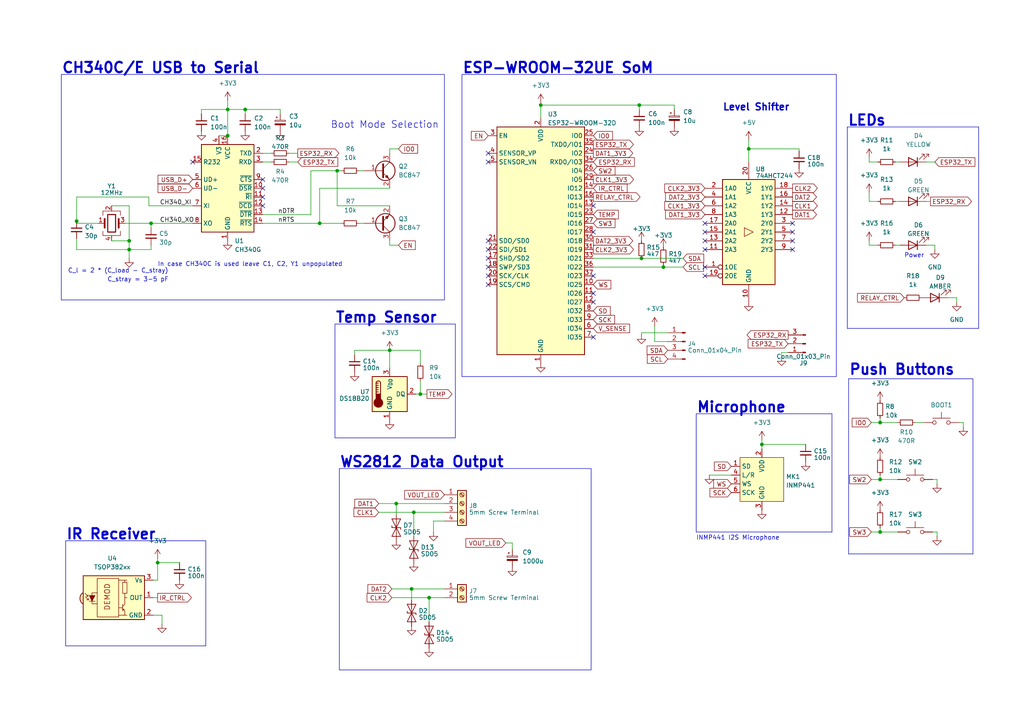
<source format=kicad_sch>
(kicad_sch (version 20230121) (generator eeschema)
  (paper "A4")
  (title_block (title "LuminX WLED") (date "2023-03-27") (rev "1.0") (company "Michael Gross") (comment 1 "General purpose WLED Controller Board"))
  (lib_symbols
    (symbol "74xx:74AHCT244"
      (property "Reference" "U" (at -7.62 16.51 0))
      (property "Value" "74AHCT244" (at -7.62 -16.51 0))
      (symbol "74AHCT244_1_0"
        (pin input inverted (at -12.7 -10.16 0) (length 5.08) (name "1OE") (number "1"))
        (pin power_in line (at 0 -20.32 90) (length 5.08) (name "GND") (number "10"))
        (pin input line (at -12.7 -5.08 0) (length 5.08) (name "2A3") (number "11"))
        (pin tri_state line (at 12.7 5.08 180) (length 5.08) (name "1Y3") (number "12"))
        (pin input line (at -12.7 -2.54 0) (length 5.08) (name "2A2") (number "13"))
        (pin tri_state line (at 12.7 7.62 180) (length 5.08) (name "1Y2") (number "14"))
        (pin input line (at -12.7 0 0) (length 5.08) (name "2A1") (number "15"))
        (pin tri_state line (at 12.7 10.16 180) (length 5.08) (name "1Y1") (number "16"))
        (pin input line (at -12.7 2.54 0) (length 5.08) (name "2A0") (number "17"))
        (pin tri_state line (at 12.7 12.7 180) (length 5.08) (name "1Y0") (number "18"))
        (pin input inverted (at -12.7 -12.7 0) (length 5.08) (name "2OE") (number "19"))
        (pin input line (at -12.7 12.7 0) (length 5.08) (name "1A0") (number "2"))
        (pin power_in line (at 0 20.32 270) (length 5.08) (name "VCC") (number "20"))
        (pin tri_state line (at 12.7 2.54 180) (length 5.08) (name "2Y0") (number "3"))
        (pin input line (at -12.7 10.16 0) (length 5.08) (name "1A1") (number "4"))
        (pin tri_state line (at 12.7 0 180) (length 5.08) (name "2Y1") (number "5"))
        (pin input line (at -12.7 7.62 0) (length 5.08) (name "1A2") (number "6"))
        (pin tri_state line (at 12.7 -2.54 180) (length 5.08) (name "2Y2") (number "7"))
        (pin input line (at -12.7 5.08 0) (length 5.08) (name "1A3") (number "8"))
        (pin tri_state line (at 12.7 -5.08 180) (length 5.08) (name "2Y3") (number "9"))
      )
    )
    (symbol "Connector:Conn_01x03_Pin" (pin_names (offset 1.016) hide)
      (property "Reference" "J" (at 0 5.08 0))
      (property "Value" "Conn_01x03_Pin" (at 0 -5.08 0))
      (symbol "Conn_01x03_Pin_1_1"
        (pin passive line (at 5.08 2.54 180) (length 3.81) (name "Pin_1") (number "1"))
        (pin passive line (at 5.08 0 180) (length 3.81) (name "Pin_2") (number "2"))
        (pin passive line (at 5.08 -2.54 180) (length 3.81) (name "Pin_3") (number "3"))
      )
    )
    (symbol "Connector:Conn_01x04_Pin" (pin_names (offset 1.016) hide)
      (property "Reference" "J" (at 0 5.08 0))
      (property "Value" "Conn_01x04_Pin" (at 0 -7.62 0))
      (symbol "Conn_01x04_Pin_1_1"
        (pin passive line (at 5.08 2.54 180) (length 3.81) (name "Pin_1") (number "1"))
        (pin passive line (at 5.08 0 180) (length 3.81) (name "Pin_2") (number "2"))
        (pin passive line (at 5.08 -2.54 180) (length 3.81) (name "Pin_3") (number "3"))
        (pin passive line (at 5.08 -5.08 180) (length 3.81) (name "Pin_4") (number "4"))
      )
    )
    (symbol "Connector:Screw_Terminal_01x02" (pin_names (offset 1.016) hide)
      (property "Reference" "J" (at 0 2.54 0))
      (property "Value" "Screw_Terminal_01x02" (at 0 -5.08 0))
      (symbol "Screw_Terminal_01x02_1_1"
        (pin passive line (at -5.08 0 0) (length 3.81) (name "Pin_1") (number "1"))
        (pin passive line (at -5.08 -2.54 0) (length 3.81) (name "Pin_2") (number "2"))
      )
    )
    (symbol "Connector:Screw_Terminal_01x04" (pin_names (offset 1.016) hide)
      (property "Reference" "J" (at 0 5.08 0))
      (property "Value" "Screw_Terminal_01x04" (at 0 -7.62 0))
      (symbol "Screw_Terminal_01x04_1_1"
        (pin passive line (at -5.08 2.54 0) (length 3.81) (name "Pin_1") (number "1"))
        (pin passive line (at -5.08 0 0) (length 3.81) (name "Pin_2") (number "2"))
        (pin passive line (at -5.08 -2.54 0) (length 3.81) (name "Pin_3") (number "3"))
        (pin passive line (at -5.08 -5.08 0) (length 3.81) (name "Pin_4") (number "4"))
      )
    )
    (symbol "Custom:INMP441"
      (property "Reference" "MK1" (at 6.985 0.8347 0))
      (property "Value" "INMP441" (at 6.985 -1.7022 0))
      (symbol "INMP441_1_1"
        (pin input line (at -8.89 3.81 0) (length 2.54) (name "SD") (number "1"))
        (pin power_in line (at 0 8.89 270) (length 2.54) (name "VDD") (number "2"))
        (pin power_in line (at 0 -8.89 90) (length 2.54) (name "GND") (number "3"))
        (pin input line (at -8.89 1.27 0) (length 2.54) (name "L/R") (number "4"))
        (pin input line (at -8.89 -1.27 0) (length 2.54) (name "WS") (number "5"))
        (pin input line (at -8.89 -3.81 0) (length 2.54) (name "SCK") (number "6"))
      )
    )
    (symbol "Device:C_Polarized_Small" (pin_numbers hide) (pin_names (offset 0.254) hide)
      (property "Reference" "C" (at 0.254 1.778 0))
      (property "Value" "C_Polarized_Small" (at 0.254 -2.032 0))
      (symbol "C_Polarized_Small_1_1"
        (pin passive line (at 0 2.54 270) (length 1.8542) (name "~") (number "1"))
        (pin passive line (at 0 -2.54 90) (length 1.8542) (name "~") (number "2"))
      )
    )
    (symbol "Device:C_Small" (pin_numbers hide) (pin_names (offset 0.254) hide)
      (property "Reference" "C" (at 0.254 1.778 0))
      (property "Value" "C_Small" (at 0.254 -2.032 0))
      (symbol "C_Small_1_1"
        (pin passive line (at 0 2.54 270) (length 2.032) (name "~") (number "1"))
        (pin passive line (at 0 -2.54 90) (length 2.032) (name "~") (number "2"))
      )
    )
    (symbol "Device:Crystal_GND24" (pin_names (offset 1.016) hide)
      (property "Reference" "Y" (at 3.175 5.08 0))
      (property "Value" "Crystal_GND24" (at 3.175 3.175 0))
      (symbol "Crystal_GND24_1_1"
        (pin passive line (at -3.81 0 0) (length 1.27) (name "1") (number "1"))
        (pin passive line (at 0 5.08 270) (length 1.27) (name "2") (number "2"))
        (pin passive line (at 3.81 0 180) (length 1.27) (name "3") (number "3"))
        (pin passive line (at 0 -5.08 90) (length 1.27) (name "4") (number "4"))
      )
    )
    (symbol "Device:LED" (pin_numbers hide) (pin_names (offset 1.016) hide)
      (property "Reference" "D" (at 0 2.54 0))
      (property "Value" "LED" (at 0 -2.54 0))
      (symbol "LED_1_1"
        (pin passive line (at -3.81 0 0) (length 2.54) (name "K") (number "1"))
        (pin passive line (at 3.81 0 180) (length 2.54) (name "A") (number "2"))
      )
    )
    (symbol "Device:R_Small" (pin_numbers hide) (pin_names (offset 0.254) hide)
      (property "Reference" "R" (at 0.762 0.508 0))
      (property "Value" "R_Small" (at 0.762 -1.016 0))
      (symbol "R_Small_1_1"
        (pin passive line (at 0 2.54 270) (length 0.762) (name "~") (number "1"))
        (pin passive line (at 0 -2.54 90) (length 0.762) (name "~") (number "2"))
      )
    )
    (symbol "Diode:SD12_SOD323" (pin_numbers hide) (pin_names (offset 1.016) hide)
      (property "Reference" "D" (at 0 2.54 0))
      (property "Value" "SD12_SOD323" (at 0 -2.54 0))
      (symbol "SD12_SOD323_1_1"
        (pin passive line (at -3.81 0 0) (length 2.54) (name "A1") (number "1"))
        (pin passive line (at 3.81 0 180) (length 2.54) (name "A2") (number "2"))
      )
    )
    (symbol "Interface_Optical:TSOP382xx"
      (property "Reference" "U" (at -10.16 7.62 0))
      (property "Value" "TSOP382xx" (at -10.16 -7.62 0))
      (symbol "TSOP382xx_0_0"
        (text "DEMOD" (at -3.175 0.254 900) (effects (font (size 1.524 1.524))))
      )
      (symbol "TSOP382xx_1_1"
        (pin output line (at 10.16 0 180) (length 2.54) (name "OUT") (number "1"))
        (pin power_in line (at 10.16 -5.08 180) (length 2.54) (name "GND") (number "2"))
        (pin power_in line (at 10.16 5.08 180) (length 2.54) (name "Vs") (number "3"))
      )
    )
    (symbol "Interface_USB:CH340G"
      (property "Reference" "U" (at -5.08 13.97 0))
      (property "Value" "CH340G" (at 1.27 13.97 0))
      (symbol "CH340G_1_1"
        (pin power_in line (at 0 -15.24 90) (length 2.54) (name "GND") (number "1"))
        (pin input line (at 10.16 0 180) (length 2.54) (name "~{DSR}") (number "10"))
        (pin input line (at 10.16 -2.54 180) (length 2.54) (name "~{RI}") (number "11"))
        (pin input line (at 10.16 -5.08 180) (length 2.54) (name "~{DCD}") (number "12"))
        (pin output line (at 10.16 -7.62 180) (length 2.54) (name "~{DTR}") (number "13"))
        (pin output line (at 10.16 -10.16 180) (length 2.54) (name "~{RTS}") (number "14"))
        (pin input line (at -10.16 7.62 0) (length 2.54) (name "R232") (number "15"))
        (pin power_in line (at 0 15.24 270) (length 2.54) (name "VCC") (number "16"))
        (pin output line (at 10.16 10.16 180) (length 2.54) (name "TXD") (number "2"))
        (pin input line (at 10.16 7.62 180) (length 2.54) (name "RXD") (number "3"))
        (pin passive line (at -2.54 15.24 270) (length 2.54) (name "V3") (number "4"))
        (pin bidirectional line (at -10.16 2.54 0) (length 2.54) (name "UD+") (number "5"))
        (pin bidirectional line (at -10.16 0 0) (length 2.54) (name "UD-") (number "6"))
        (pin input line (at -10.16 -5.08 0) (length 2.54) (name "XI") (number "7"))
        (pin output line (at -10.16 -10.16 0) (length 2.54) (name "XO") (number "8"))
        (pin input line (at 10.16 2.54 180) (length 2.54) (name "~{CTS}") (number "9"))
      )
    )
    (symbol "RF_Module:ESP32-WROOM-32D"
      (property "Reference" "U" (at -12.7 34.29 0))
      (property "Value" "ESP32-WROOM-32D" (at 1.27 34.29 0))
      (symbol "ESP32-WROOM-32D_1_1"
        (pin power_in line (at 0 -35.56 90) (length 2.54) (name "GND") (number "1"))
        (pin bidirectional line (at 15.24 -12.7 180) (length 2.54) (name "IO25") (number "10"))
        (pin bidirectional line (at 15.24 -15.24 180) (length 2.54) (name "IO26") (number "11"))
        (pin bidirectional line (at 15.24 -17.78 180) (length 2.54) (name "IO27") (number "12"))
        (pin bidirectional line (at 15.24 10.16 180) (length 2.54) (name "IO14") (number "13"))
        (pin bidirectional line (at 15.24 15.24 180) (length 2.54) (name "IO12") (number "14"))
        (pin passive line (at 0 -35.56 90) (length 2.54) hide (name "GND") (number "15"))
        (pin bidirectional line (at 15.24 12.7 180) (length 2.54) (name "IO13") (number "16"))
        (pin bidirectional line (at -15.24 -5.08 0) (length 2.54) (name "SHD/SD2") (number "17"))
        (pin bidirectional line (at -15.24 -7.62 0) (length 2.54) (name "SWP/SD3") (number "18"))
        (pin bidirectional line (at -15.24 -12.7 0) (length 2.54) (name "SCS/CMD") (number "19"))
        (pin power_in line (at 0 35.56 270) (length 2.54) (name "VDD") (number "2"))
        (pin bidirectional line (at -15.24 -10.16 0) (length 2.54) (name "SCK/CLK") (number "20"))
        (pin bidirectional line (at -15.24 0 0) (length 2.54) (name "SDO/SD0") (number "21"))
        (pin bidirectional line (at -15.24 -2.54 0) (length 2.54) (name "SDI/SD1") (number "22"))
        (pin bidirectional line (at 15.24 7.62 180) (length 2.54) (name "IO15") (number "23"))
        (pin bidirectional line (at 15.24 25.4 180) (length 2.54) (name "IO2") (number "24"))
        (pin bidirectional line (at 15.24 30.48 180) (length 2.54) (name "IO0") (number "25"))
        (pin bidirectional line (at 15.24 20.32 180) (length 2.54) (name "IO4") (number "26"))
        (pin bidirectional line (at 15.24 5.08 180) (length 2.54) (name "IO16") (number "27"))
        (pin bidirectional line (at 15.24 2.54 180) (length 2.54) (name "IO17") (number "28"))
        (pin bidirectional line (at 15.24 17.78 180) (length 2.54) (name "IO5") (number "29"))
        (pin input line (at -15.24 30.48 0) (length 2.54) (name "EN") (number "3"))
        (pin bidirectional line (at 15.24 0 180) (length 2.54) (name "IO18") (number "30"))
        (pin bidirectional line (at 15.24 -2.54 180) (length 2.54) (name "IO19") (number "31"))
        (pin no_connect line (at -12.7 -27.94 0) (length 2.54) hide (name "NC") (number "32"))
        (pin bidirectional line (at 15.24 -5.08 180) (length 2.54) (name "IO21") (number "33"))
        (pin bidirectional line (at 15.24 22.86 180) (length 2.54) (name "RXD0/IO3") (number "34"))
        (pin bidirectional line (at 15.24 27.94 180) (length 2.54) (name "TXD0/IO1") (number "35"))
        (pin bidirectional line (at 15.24 -7.62 180) (length 2.54) (name "IO22") (number "36"))
        (pin bidirectional line (at 15.24 -10.16 180) (length 2.54) (name "IO23") (number "37"))
        (pin passive line (at 0 -35.56 90) (length 2.54) hide (name "GND") (number "38"))
        (pin passive line (at 0 -35.56 90) (length 2.54) hide (name "GND") (number "39"))
        (pin input line (at -15.24 25.4 0) (length 2.54) (name "SENSOR_VP") (number "4"))
        (pin input line (at -15.24 22.86 0) (length 2.54) (name "SENSOR_VN") (number "5"))
        (pin input line (at 15.24 -25.4 180) (length 2.54) (name "IO34") (number "6"))
        (pin input line (at 15.24 -27.94 180) (length 2.54) (name "IO35") (number "7"))
        (pin bidirectional line (at 15.24 -20.32 180) (length 2.54) (name "IO32") (number "8"))
        (pin bidirectional line (at 15.24 -22.86 180) (length 2.54) (name "IO33") (number "9"))
      )
    )
    (symbol "Sensor_Temperature:DS18B20"
      (property "Reference" "U" (at -3.81 6.35 0))
      (property "Value" "DS18B20" (at 6.35 6.35 0))
      (symbol "DS18B20_1_1"
        (pin power_in line (at 0 -7.62 90) (length 2.54) (name "GND") (number "1"))
        (pin bidirectional line (at 7.62 0 180) (length 2.54) (name "DQ") (number "2"))
        (pin power_in line (at 0 7.62 270) (length 2.54) (name "V_{DD}") (number "3"))
      )
    )
    (symbol "Switch:SW_Push" (pin_numbers hide) (pin_names (offset 1.016) hide)
      (property "Reference" "SW" (at 1.27 2.54 0))
      (property "Value" "SW_Push" (at 0 -1.524 0))
      (symbol "SW_Push_0_1"
        (pin passive line (at -5.08 0 0) (length 2.54) (name "1") (number "1"))
        (pin passive line (at 5.08 0 180) (length 2.54) (name "2") (number "2"))
      )
    )
    (symbol "Transistor_BJT:BC847" (pin_names (offset 0) hide)
      (property "Reference" "Q" (at 5.08 1.905 0))
      (property "Value" "BC847" (at 5.08 0 0))
      (symbol "BC847_1_1"
        (pin input line (at -5.08 0 0) (length 5.715) (name "B") (number "1"))
        (pin passive line (at 2.54 -5.08 90) (length 2.54) (name "E") (number "2"))
        (pin passive line (at 2.54 5.08 270) (length 2.54) (name "C") (number "3"))
      )
    )
    (symbol "power:+3V3" (power) (pin_names (offset 0))
      (property "Value" "+3V3" (at 0 3.556 0))
      (symbol "+3V3_1_1"
        (pin power_in line (at 0 0 90) (length 0) hide (name "+3V3") (number "1"))
      )
    )
    (symbol "power:+5V" (power) (pin_names (offset 0))
      (property "Value" "+5V" (at 0 3.556 0))
      (symbol "+5V_1_1"
        (pin power_in line (at 0 0 90) (length 0) hide (name "+5V") (number "1"))
      )
    )
    (symbol "power:GND" (power) (pin_names (offset 0))
      (property "Value" "GND" (at 0 -3.81 0))
      (symbol "GND_1_1"
        (pin power_in line (at 0 0 270) (length 0) hide (name "GND") (number "1"))
      )
    )
  )
  (junction (at 37.465 72.39))
  (junction (at 22.225 64.135))
  (junction (at 121.92 114.3))
  (junction (at 37.465 69.85))
  (junction (at 255.27 154.305))
  (junction (at 192.405 77.47))
  (junction (at 71.12 31.75))
  (junction (at 92.71 64.77))
  (junction (at 113.03 101.6))
  (junction (at 186.055 74.93))
  (junction (at 124.46 173.355))
  (junction (at 255.27 139.065))
  (junction (at 45.72 163.195))
  (junction (at 43.815 64.77))
  (junction (at 114.935 146.05))
  (junction (at 156.845 30.48))
  (junction (at 217.17 43.18))
  (junction (at 255.27 122.555))
  (junction (at 119.38 170.815))
  (junction (at 97.79 49.53))
  (junction (at 66.04 39.37))
  (junction (at 66.04 31.75))
  (junction (at 120.015 148.59))
  (junction (at 220.98 128.905))
  (junction (at 185.42 30.48))
  (no_connect (at 76.2 59.69))
  (no_connect (at 76.2 52.07))
  (no_connect (at 204.47 69.85))
  (no_connect (at 172.085 80.01))
  (no_connect (at 229.87 72.39))
  (no_connect (at 55.88 46.99))
  (no_connect (at 229.87 67.31))
  (no_connect (at 204.47 64.77))
  (no_connect (at 141.605 69.85))
  (no_connect (at 141.605 72.39))
  (no_connect (at 204.47 72.39))
  (no_connect (at 229.87 64.77))
  (no_connect (at 141.605 82.55))
  (no_connect (at 76.2 57.15))
  (no_connect (at 172.085 59.69))
  (no_connect (at 141.605 46.99))
  (no_connect (at 141.605 80.01))
  (no_connect (at 172.085 87.63))
  (no_connect (at 141.605 44.45))
  (no_connect (at 172.085 67.31))
  (no_connect (at 172.085 85.09))
  (no_connect (at 76.2 54.61))
  (no_connect (at 141.605 77.47))
  (no_connect (at 204.47 67.31))
  (no_connect (at 229.87 69.85))
  (no_connect (at 204.47 80.01))
  (no_connect (at 172.085 97.79))
  (no_connect (at 204.47 77.47))
  (no_connect (at 141.605 74.93))
  (wire (pts (xy 113.03 54.61) (xy 92.71 54.61)))
  (wire (pts (xy 252.095 46.99) (xy 252.095 45.72)))
  (wire (pts (xy 277.495 86.36) (xy 277.495 87.63)))
  (wire (pts (xy 81.28 31.75) (xy 81.28 33.02)))
  (wire (pts (xy 268.605 58.42) (xy 269.875 58.42)))
  (wire (pts (xy 193.675 96.52) (xy 186.055 96.52)))
  (wire (pts (xy 255.27 139.065) (xy 260.35 139.065)))
  (wire (pts (xy 58.42 31.75) (xy 66.04 31.75)))
  (wire (pts (xy 125.73 154.305) (xy 125.73 151.13)))
  (wire (pts (xy 156.845 29.845) (xy 156.845 30.48)))
  (wire (pts (xy 259.715 46.99) (xy 260.985 46.99)))
  (wire (pts (xy 195.58 30.48) (xy 185.42 30.48)))
  (wire (pts (xy 255.27 137.795) (xy 255.27 139.065)))
  (polyline (pts (xy 246.126 109.855) (xy 246.126 160.655)))
  (wire (pts (xy 45.72 173.355) (xy 44.45 173.355)))
  (wire (pts (xy 113.03 59.69) (xy 97.79 59.69)))
  (wire (pts (xy 274.955 86.36) (xy 277.495 86.36)))
  (wire (pts (xy 220.98 128.905) (xy 233.68 128.905)))
  (wire (pts (xy 83.82 44.45) (xy 86.36 44.45)))
  (wire (pts (xy 45.72 163.195) (xy 45.72 168.275)))
  (wire (pts (xy 102.87 102.87) (xy 102.87 101.6)))
  (wire (pts (xy 172.085 77.47) (xy 192.405 77.47)))
  (wire (pts (xy 113.665 170.815) (xy 119.38 170.815)))
  (wire (pts (xy 44.45 168.275) (xy 45.72 168.275)))
  (wire (pts (xy 37.465 72.39) (xy 37.465 74.93)))
  (wire (pts (xy 185.42 30.48) (xy 156.845 30.48)))
  (wire (pts (xy 217.17 43.18) (xy 217.17 40.64)))
  (wire (pts (xy 102.87 101.6) (xy 113.03 101.6)))
  (wire (pts (xy 220.98 127.635) (xy 220.98 128.905)))
  (wire (pts (xy 83.82 46.99) (xy 86.36 46.99)))
  (wire (pts (xy 43.815 72.39) (xy 43.815 71.12)))
  (polyline (pts (xy 245.745 36.83) (xy 245.745 95.25)))
  (wire (pts (xy 43.18 59.69) (xy 55.88 59.69)))
  (wire (pts (xy 113.665 173.355) (xy 124.46 173.355)))
  (wire (pts (xy 228.6 102.235) (xy 226.695 102.235)))
  (wire (pts (xy 43.815 64.77) (xy 43.815 66.04)))
  (wire (pts (xy 121.92 114.3) (xy 120.65 114.3)))
  (wire (pts (xy 124.46 173.355) (xy 124.46 180.34)))
  (wire (pts (xy 172.085 74.93) (xy 186.055 74.93)))
  (wire (pts (xy 217.17 43.18) (xy 217.17 46.99)))
  (wire (pts (xy 268.605 71.12) (xy 271.145 71.12)))
  (wire (pts (xy 44.45 178.435) (xy 46.99 178.435)))
  (wire (pts (xy 97.79 49.53) (xy 99.06 49.53)))
  (wire (pts (xy 76.2 64.77) (xy 92.71 64.77)))
  (wire (pts (xy 192.405 76.835) (xy 192.405 77.47)))
  (wire (pts (xy 22.225 64.77) (xy 22.225 64.135)))
  (wire (pts (xy 255.27 153.035) (xy 255.27 154.305)))
  (wire (pts (xy 226.695 102.235) (xy 226.695 103.505)))
  (polyline (pts (xy 283.845 80.01) (xy 283.845 95.25)))
  (wire (pts (xy 113.03 43.18) (xy 113.03 44.45)))
  (wire (pts (xy 32.385 69.85) (xy 37.465 69.85)))
  (wire (pts (xy 43.18 59.69) (xy 43.18 57.15)))
  (polyline (pts (xy 19.05 156.845) (xy 59.69 156.845)))
  (wire (pts (xy 252.73 154.305) (xy 255.27 154.305)))
  (wire (pts (xy 265.43 122.555) (xy 267.97 122.555)))
  (wire (pts (xy 109.855 148.59) (xy 120.015 148.59)))
  (polyline (pts (xy 59.69 156.845) (xy 59.69 187.325)))
  (wire (pts (xy 46.99 178.435) (xy 46.99 180.975)))
  (wire (pts (xy 43.18 57.15) (xy 22.225 57.15)))
  (wire (pts (xy 120.015 148.59) (xy 128.905 148.59)))
  (wire (pts (xy 121.92 105.41) (xy 121.92 101.6)))
  (wire (pts (xy 231.775 43.18) (xy 217.17 43.18)))
  (wire (pts (xy 92.71 64.77) (xy 99.06 64.77)))
  (wire (pts (xy 32.385 59.69) (xy 37.465 59.69)))
  (wire (pts (xy 279.4 122.555) (xy 278.13 122.555)))
  (wire (pts (xy 254.635 71.12) (xy 252.095 71.12)))
  (polyline (pts (xy 241.3 154.305) (xy 201.93 154.305)))
  (polyline (pts (xy 283.845 78.74) (xy 283.845 80.01)))
  (wire (pts (xy 113.03 71.12) (xy 115.57 71.12)))
  (wire (pts (xy 37.465 69.85) (xy 37.465 72.39)))
  (wire (pts (xy 198.12 77.47) (xy 192.405 77.47)))
  (wire (pts (xy 90.17 49.53) (xy 97.79 49.53)))
  (wire (pts (xy 189.865 99.06) (xy 189.865 94.615)))
  (wire (pts (xy 90.17 62.23) (xy 76.2 62.23)))
  (wire (pts (xy 185.42 31.75) (xy 185.42 30.48)))
  (wire (pts (xy 271.145 71.12) (xy 271.145 72.39)))
  (wire (pts (xy 148.59 159.385) (xy 148.59 157.48)))
  (wire (pts (xy 220.98 128.905) (xy 220.98 130.175)))
  (wire (pts (xy 121.92 114.3) (xy 123.825 114.3)))
  (polyline (pts (xy 282.194 160.655) (xy 282.194 109.855)))
  (wire (pts (xy 76.2 44.45) (xy 78.74 44.45)))
  (wire (pts (xy 195.58 31.75) (xy 195.58 30.48)))
  (wire (pts (xy 146.685 157.48) (xy 148.59 157.48)))
  (wire (pts (xy 90.17 49.53) (xy 90.17 62.23)))
  (polyline (pts (xy 19.05 187.325) (xy 19.05 156.845)))
  (wire (pts (xy 45.72 163.195) (xy 52.07 163.195)))
  (polyline (pts (xy 282.194 109.855) (xy 246.126 109.855)))
  (wire (pts (xy 76.2 46.99) (xy 78.74 46.99)))
  (wire (pts (xy 113.03 69.85) (xy 113.03 71.12)))
  (wire (pts (xy 271.78 139.065) (xy 271.78 140.335)))
  (wire (pts (xy 231.775 43.18) (xy 231.775 43.815)))
  (wire (pts (xy 252.095 55.88) (xy 252.095 58.42)))
  (wire (pts (xy 119.38 170.815) (xy 119.38 173.99)))
  (wire (pts (xy 255.27 121.285) (xy 255.27 122.555)))
  (wire (pts (xy 259.715 58.42) (xy 260.985 58.42)))
  (wire (pts (xy 36.195 64.77) (xy 43.815 64.77)))
  (wire (pts (xy 255.27 122.555) (xy 260.35 122.555)))
  (wire (pts (xy 92.71 54.61) (xy 92.71 64.77)))
  (wire (pts (xy 186.055 96.52) (xy 186.055 97.155)))
  (wire (pts (xy 255.27 154.305) (xy 260.35 154.305)))
  (wire (pts (xy 125.73 151.13) (xy 128.905 151.13)))
  (wire (pts (xy 279.4 122.555) (xy 279.4 123.825)))
  (wire (pts (xy 259.715 71.12) (xy 260.985 71.12)))
  (wire (pts (xy 193.675 99.06) (xy 189.865 99.06)))
  (wire (pts (xy 22.225 72.39) (xy 22.225 69.215)))
  (wire (pts (xy 252.73 139.065) (xy 255.27 139.065)))
  (wire (pts (xy 198.12 74.93) (xy 186.055 74.93)))
  (wire (pts (xy 43.815 64.77) (xy 55.88 64.77)))
  (polyline (pts (xy 241.3 120.015) (xy 241.3 154.305)))
  (wire (pts (xy 120.015 148.59) (xy 120.015 155.575)))
  (polyline (pts (xy 245.745 95.25) (xy 283.845 95.25)))
  (wire (pts (xy 37.465 72.39) (xy 43.815 72.39)))
  (wire (pts (xy 22.225 57.15) (xy 22.225 64.135)))
  (wire (pts (xy 252.095 71.12) (xy 252.095 69.85)))
  (polyline (pts (xy 283.845 78.74) (xy 283.845 36.83)))
  (wire (pts (xy 104.14 64.77) (xy 105.41 64.77)))
  (wire (pts (xy 97.79 59.69) (xy 97.79 49.53)))
  (wire (pts (xy 121.92 114.3) (xy 121.92 110.49)))
  (wire (pts (xy 270.51 154.305) (xy 271.78 154.305)))
  (wire (pts (xy 71.12 31.75) (xy 81.28 31.75)))
  (wire (pts (xy 252.73 122.555) (xy 255.27 122.555)))
  (wire (pts (xy 156.845 30.48) (xy 156.845 34.29)))
  (wire (pts (xy 268.605 46.99) (xy 271.145 46.99)))
  (wire (pts (xy 58.42 33.02) (xy 58.42 31.75)))
  (wire (pts (xy 71.12 31.75) (xy 71.12 33.02)))
  (polyline (pts (xy 246.126 160.655) (xy 282.194 160.655)))
  (wire (pts (xy 45.72 163.195) (xy 45.72 161.925)))
  (wire (pts (xy 121.92 101.6) (xy 113.03 101.6)))
  (wire (pts (xy 37.465 59.69) (xy 37.465 69.85)))
  (wire (pts (xy 22.225 64.77) (xy 28.575 64.77)))
  (wire (pts (xy 22.225 72.39) (xy 37.465 72.39)))
  (wire (pts (xy 113.03 101.6) (xy 113.03 106.68)))
  (polyline (pts (xy 283.845 36.83) (xy 245.745 36.83)))
  (wire (pts (xy 66.04 29.21) (xy 66.04 31.75)))
  (wire (pts (xy 114.935 146.05) (xy 128.905 146.05)))
  (polyline (pts (xy 59.69 187.325) (xy 19.05 187.325)))
  (wire (pts (xy 114.935 146.05) (xy 114.935 149.225)))
  (polyline (pts (xy 201.93 120.015) (xy 201.93 154.305)))
  (wire (pts (xy 104.14 49.53) (xy 105.41 49.53)))
  (wire (pts (xy 113.03 43.18) (xy 115.57 43.18)))
  (wire (pts (xy 124.46 173.355) (xy 128.905 173.355)))
  (wire (pts (xy 254.635 46.99) (xy 252.095 46.99)))
  (wire (pts (xy 109.855 146.05) (xy 114.935 146.05)))
  (wire (pts (xy 119.38 170.815) (xy 128.905 170.815)))
  (wire (pts (xy 63.5 39.37) (xy 66.04 39.37)))
  (wire (pts (xy 66.04 31.75) (xy 66.04 39.37)))
  (polyline (pts (xy 201.93 120.015) (xy 241.3 120.015)))
  (wire (pts (xy 271.78 154.305) (xy 271.78 155.575)))
  (wire (pts (xy 252.095 58.42) (xy 254.635 58.42)))
  (wire (pts (xy 271.78 139.065) (xy 270.51 139.065)))
  (wire (pts (xy 205.74 137.795) (xy 212.09 137.795)))
  (wire (pts (xy 66.04 31.75) (xy 71.12 31.75)))
  (rectangle (start 133.985 21.59) (end 242.57 109.22))
  (rectangle (start 97.155 93.98) (end 132.08 127))
  (rectangle (start 98.425 135.89) (end 171.45 194.31))
  (rectangle (start 17.78 21.59) (end 128.905 86.995))
  (text "C_l = 2 * (C_load - C_stray)" (at 19.685 79.375 0) (effects (font (size 1.27 1.27)) (justify left bottom)))
  (text "IR Receiver" (at 19.05 156.845 0) (effects (font (size 3 3) (thickness 0.6) bold) (justify left bottom)))
  (text "Microphone" (at 201.93 120.015 0) (effects (font (size 3 3) (thickness 0.6) bold) (justify left bottom)))
  (text "Level Shifter" (at 209.55 32.385 0) (effects (font (size 2 2) (thickness 0.4) bold) (justify left bottom)))
  (text "Push Buttons" (at 246.126 109.093 0) (effects (font (size 3 3) (thickness 0.6) bold) (justify left bottom)))
  (text "INMP441 I2S Microphone" (at 201.93 156.845 0) (effects (font (size 1.27 1.27)) (justify left bottom)))
  (text "In case CH340C is used leave C1, C2, Y1 unpopulated" (at 45.72 77.47 0) (effects (font (size 1.27 1.27)) (justify left bottom)))
  (text "Power" (at 262.255 74.93 0) (effects (font (size 1.27 1.27)) (justify left bottom)))
  (text "Boot Mode Selection" (at 95.885 37.465 0) (effects (font (size 2 2)) (justify left bottom)))
  (text "Temp Sensor" (at 97.155 93.98 0) (effects (font (size 3 3) (thickness 0.6) bold) (justify left bottom)))
  (text "C_stray = 3-5 pF" (at 31.115 81.915 0) (effects (font (size 1.27 1.27)) (justify left bottom)))
  (text "CH340C/E USB to Serial" (at 17.78 21.59 0) (effects (font (size 3 3) (thickness 0.6) bold) (justify left bottom)))
  (text "LEDs" (at 245.745 36.83 0) (effects (font (size 3 3) (thickness 0.6) bold) (justify left bottom)))
  (text "ESP-WROOM-32UE SoM" (at 133.985 21.59 0) (effects (font (size 3 3) (thickness 0.6) bold) (justify left bottom)))
  (text "WS2812 Data Output" (at 98.425 135.89 0) (effects (font (size 3 3) (thickness 0.6) bold) (justify left bottom)))
  (label "CH340_XO" (at 46.355 64.77 0))
  (label "nDTR" (at 80.645 62.23 0))
  (label "nRTS" (at 80.645 64.77 0))
  (label "CH340_XI" (at 46.355 59.69 0))
  (global_label "DAT2_3V3" (shape output) (at 172.085 69.85 0) (property "Intersheetrefs" "${INTERSHEET_REFS}" (effects hide)))
  (global_label "VOUT_LED" (shape input) (at 146.685 157.48 180) (property "Intersheetrefs" "${INTERSHEET_REFS}" (effects hide)))
  (global_label "IO0" (shape input) (at 172.085 39.37 0) (property "Intersheetrefs" "${INTERSHEET_REFS}" (effects hide)))
  (global_label "SW3" (shape input) (at 172.085 64.77 0) (property "Intersheetrefs" "${INTERSHEET_REFS}" (effects hide)))
  (global_label "USB_D+" (shape input) (at 55.88 52.07 180) (property "Intersheetrefs" "${INTERSHEET_REFS}" (effects hide)))
  (global_label "SW3" (shape input) (at 252.73 154.305 180) (property "Intersheetrefs" "${INTERSHEET_REFS}" (effects hide)))
  (global_label "SCL" (shape input) (at 193.675 104.14 180) (property "Intersheetrefs" "${INTERSHEET_REFS}" (effects hide)))
  (global_label "SCK" (shape input) (at 212.09 142.875 180) (property "Intersheetrefs" "${INTERSHEET_REFS}" (effects hide)))
  (global_label "CLK1" (shape input) (at 109.855 148.59 180) (property "Intersheetrefs" "${INTERSHEET_REFS}" (effects hide)))
  (global_label "DAT2_3V3" (shape input) (at 204.47 57.15 180) (property "Intersheetrefs" "${INTERSHEET_REFS}" (effects hide)))
  (global_label "V_SENSE" (shape input) (at 172.085 95.25 0) (property "Intersheetrefs" "${INTERSHEET_REFS}" (effects hide)))
  (global_label "SCL" (shape input) (at 198.12 77.47 0) (property "Intersheetrefs" "${INTERSHEET_REFS}" (effects hide)))
  (global_label "WS" (shape input) (at 212.09 140.335 180) (property "Intersheetrefs" "${INTERSHEET_REFS}" (effects hide)))
  (global_label "ESP32_RX" (shape output) (at 228.6 97.155 180) (property "Intersheetrefs" "${INTERSHEET_REFS}" (effects hide)))
  (global_label "RELAY_CTRL" (shape input) (at 262.255 86.36 180) (property "Intersheetrefs" "${INTERSHEET_REFS}" (effects hide)))
  (global_label "CLK2" (shape input) (at 113.665 173.355 180) (property "Intersheetrefs" "${INTERSHEET_REFS}" (effects hide)))
  (global_label "DAT2" (shape output) (at 229.87 57.15 0) (property "Intersheetrefs" "${INTERSHEET_REFS}" (effects hide)))
  (global_label "SCK" (shape input) (at 172.085 92.71 0) (property "Intersheetrefs" "${INTERSHEET_REFS}" (effects hide)))
  (global_label "IR_CTRL" (shape output) (at 45.72 173.355 0) (property "Intersheetrefs" "${INTERSHEET_REFS}" (effects hide)))
  (global_label "SDA" (shape input) (at 198.12 74.93 0) (property "Intersheetrefs" "${INTERSHEET_REFS}" (effects hide)))
  (global_label "IO0" (shape input) (at 252.73 122.555 180) (property "Intersheetrefs" "${INTERSHEET_REFS}" (effects hide)))
  (global_label "ESP32_RX" (shape output) (at 269.875 58.42 0) (property "Intersheetrefs" "${INTERSHEET_REFS}" (effects hide)))
  (global_label "EN" (shape input) (at 141.605 39.37 180) (property "Intersheetrefs" "${INTERSHEET_REFS}" (effects hide)))
  (global_label "ESP32_RX" (shape output) (at 86.36 44.45 0) (property "Intersheetrefs" "${INTERSHEET_REFS}" (effects hide)))
  (global_label "DAT1" (shape input) (at 109.855 146.05 180) (property "Intersheetrefs" "${INTERSHEET_REFS}" (effects hide)))
  (global_label "SW2" (shape input) (at 252.73 139.065 180) (property "Intersheetrefs" "${INTERSHEET_REFS}" (effects hide)))
  (global_label "WS" (shape input) (at 172.085 82.55 0) (property "Intersheetrefs" "${INTERSHEET_REFS}" (effects hide)))
  (global_label "TEMP" (shape input) (at 172.085 62.23 0) (property "Intersheetrefs" "${INTERSHEET_REFS}" (effects hide)))
  (global_label "USB_D-" (shape input) (at 55.88 54.61 180) (property "Intersheetrefs" "${INTERSHEET_REFS}" (effects hide)))
  (global_label "TEMP" (shape output) (at 123.825 114.3 0) (property "Intersheetrefs" "${INTERSHEET_REFS}" (effects hide)))
  (global_label "VOUT_LED" (shape input) (at 128.905 143.51 180) (property "Intersheetrefs" "${INTERSHEET_REFS}" (effects hide)))
  (global_label "ESP32_TX" (shape input) (at 86.36 46.99 0) (property "Intersheetrefs" "${INTERSHEET_REFS}" (effects hide)))
  (global_label "SW2" (shape input) (at 172.085 49.53 0) (property "Intersheetrefs" "${INTERSHEET_REFS}" (effects hide)))
  (global_label "DAT1_3V3" (shape input) (at 204.47 62.23 180) (property "Intersheetrefs" "${INTERSHEET_REFS}" (effects hide)))
  (global_label "ESP32_TX" (shape output) (at 172.085 41.91 0) (property "Intersheetrefs" "${INTERSHEET_REFS}" (effects hide)))
  (global_label "CLK1" (shape output) (at 229.87 59.69 0) (property "Intersheetrefs" "${INTERSHEET_REFS}" (effects hide)))
  (global_label "SDA" (shape input) (at 193.675 101.6 180) (property "Intersheetrefs" "${INTERSHEET_REFS}" (effects hide)))
  (global_label "CLK2_3V3" (shape output) (at 172.085 72.39 0) (property "Intersheetrefs" "${INTERSHEET_REFS}" (effects hide)))
  (global_label "CLK1_3V3" (shape input) (at 204.47 59.69 180) (property "Intersheetrefs" "${INTERSHEET_REFS}" (effects hide)))
  (global_label "CLK2_3V3" (shape input) (at 204.47 54.61 180) (property "Intersheetrefs" "${INTERSHEET_REFS}" (effects hide)))
  (global_label "ESP32_RX" (shape input) (at 172.085 46.99 0) (property "Intersheetrefs" "${INTERSHEET_REFS}" (effects hide)))
  (global_label "SD" (shape input) (at 212.09 135.255 180) (property "Intersheetrefs" "${INTERSHEET_REFS}" (effects hide)))
  (global_label "CLK1_3V3" (shape output) (at 172.085 52.07 0) (property "Intersheetrefs" "${INTERSHEET_REFS}" (effects hide)))
  (global_label "ESP32_TX" (shape input) (at 228.6 99.695 180) (property "Intersheetrefs" "${INTERSHEET_REFS}" (effects hide)))
  (global_label "DAT1_3V3" (shape output) (at 172.085 44.45 0) (property "Intersheetrefs" "${INTERSHEET_REFS}" (effects hide)))
  (global_label "IR_CTRL" (shape input) (at 172.085 54.61 0) (property "Intersheetrefs" "${INTERSHEET_REFS}" (effects hide)))
  (global_label "DAT1" (shape output) (at 229.87 62.23 0) (property "Intersheetrefs" "${INTERSHEET_REFS}" (effects hide)))
  (global_label "DAT2" (shape input) (at 113.665 170.815 180) (property "Intersheetrefs" "${INTERSHEET_REFS}" (effects hide)))
  (global_label "IO0" (shape input) (at 115.57 43.18 0) (property "Intersheetrefs" "${INTERSHEET_REFS}" (effects hide)))
  (global_label "CLK2" (shape output) (at 229.87 54.61 0) (property "Intersheetrefs" "${INTERSHEET_REFS}" (effects hide)))
  (global_label "EN" (shape input) (at 115.57 71.12 0) (property "Intersheetrefs" "${INTERSHEET_REFS}" (effects hide)))
  (global_label "RELAY_CTRL" (shape output) (at 172.085 57.15 0) (property "Intersheetrefs" "${INTERSHEET_REFS}" (effects hide)))
  (global_label "ESP32_TX" (shape input) (at 271.145 46.99 0) (property "Intersheetrefs" "${INTERSHEET_REFS}" (effects hide)))
  (global_label "SD" (shape input) (at 172.085 90.17 0) (property "Intersheetrefs" "${INTERSHEET_REFS}" (effects hide)))
  (symbol (lib_id "power:+3V3") (at 220.98 127.635 0) (unit 1)
    (property "Reference" "#PWR027" (effects hide))
    (property "Value" "+3V3" (at 220.98 122.555 0))
  )
  (symbol (lib_id "power:+3V3") (at 66.04 29.21 0) (unit 1)
    (property "Reference" "#PWR02" (effects hide))
    (property "Value" "+3V3" (at 66.04 24.13 0))
  )
  (symbol (lib_id "power:GND") (at 114.935 156.845 0) (unit 1)
    (property "Reference" "#PWR045" (effects hide))
    (property "Value" "GND" (effects hide))
  )
  (symbol (lib_id "power:+3V3") (at 255.27 116.205 0) (unit 1)
    (property "Reference" "#PWR015" (effects hide))
    (property "Value" "+3V3" (at 255.27 111.125 0))
  )
  (symbol (lib_id "Switch:SW_Push") (at 265.43 154.305 0) (unit 1)
    (property "Reference" "SW3" (at 265.43 149.225 0))
    (property "Value" "SW_Push" (effects hide))
    (property "Footprint" "Button_Switch_SMD:SW_SPST_PTS645" (effects hide))
  )
  (symbol (lib_id "Device:R_Small") (at 81.28 44.45 90) (unit 1)
    (property "Reference" "R3" (at 81.28 40.0136 90))
    (property "Value" "470R" (at 81.28 42.5505 90))
    (property "Footprint" "Resistor_SMD:R_0603_1608Metric" (effects hide))
  )
  (symbol (lib_id "power:+3V3") (at 189.865 94.615 0) (unit 1)
    (property "Reference" "#PWR038" (effects hide))
    (property "Value" "+3V3" (at 189.865 89.535 0))
  )
  (symbol (lib_id "power:+3V3") (at 156.845 29.845 0) (unit 1)
    (property "Reference" "#PWR03" (effects hide))
    (property "Value" "+3V3" (at 156.845 24.765 0))
  )
  (symbol (lib_id "power:+3V3") (at 186.055 69.85 0) (unit 1)
    (property "Reference" "#PWR051" (effects hide))
    (property "Value" "+3V3" (at 186.055 66.3481 0))
  )
  (symbol (lib_id "Device:R_Small") (at 257.175 58.42 90) (unit 1)
    (property "Reference" "R13" (at 257.175 52.07 90))
    (property "Value" "1k" (at 257.175 54.61 90))
    (property "Footprint" "Resistor_SMD:R_0603_1608Metric" (effects hide))
  )
  (symbol (lib_id "power:+3V3") (at 45.72 161.925 0) (unit 1)
    (property "Reference" "#PWR039" (effects hide))
    (property "Value" "+3V3" (at 45.72 156.845 0))
  )
  (symbol (lib_id "Device:R_Small") (at 101.6 49.53 90) (unit 1)
    (property "Reference" "R6" (at 101.6 43.18 90))
    (property "Value" "10k" (at 101.6 45.72 90))
    (property "Footprint" "Resistor_SMD:R_0603_1608Metric" (effects hide))
  )
  (symbol (lib_id "Device:R_Small") (at 264.795 86.36 90) (unit 1)
    (property "Reference" "R18" (at 264.795 80.01 90))
    (property "Value" "1k" (at 264.795 82.55 90))
    (property "Footprint" "Resistor_SMD:R_0603_1608Metric" (effects hide))
  )
  (symbol (lib_id "Device:C_Small") (at 231.775 46.355 0) (unit 1)
    (property "Reference" "C18" (at 234.0991 45.7176 0) (effects (justify left)))
    (property "Value" "100n" (at 234.0991 47.6386 0) (effects (justify left)))
    (property "Footprint" "Capacitor_SMD:C_0603_1608Metric" (effects hide))
  )
  (symbol (lib_id "Device:C_Small") (at 233.68 131.445 0) (unit 1)
    (property "Reference" "C15" (at 236.0041 130.8076 0) (effects (justify left)))
    (property "Value" "100n" (at 236.0041 132.7286 0) (effects (justify left)))
    (property "Footprint" "Capacitor_SMD:C_0603_1608Metric" (effects hide))
  )
  (symbol (lib_id "Diode:SD12_SOD323") (at 119.38 177.8 90) (unit 1)
    (property "Reference" "D2" (at 121.3866 177.1563 90) (effects (justify right)))
    (property "Value" "SD05" (at 121.3866 179.0773 90) (effects (justify right)))
    (property "Footprint" "Diode_SMD:D_SOD-323" (effects hide))
    (property "Datasheet" "https://www.littelfuse.com/~/media/electronics/datasheets/tvs_diode_arrays/littelfuse_tvs_diode_array_sd_c_datasheet.pdf.pdf" (effects hide))
  )
  (symbol (lib_id "Device:R_Small") (at 186.055 72.39 0) (unit 1)
    (property "Reference" "R15" (at 187.5536 71.7463 0) (effects (justify left)))
    (property "Value" "4k7" (at 187.5536 73.6673 0) (effects (justify left)))
    (property "Footprint" "Resistor_SMD:R_0603_1608Metric" (effects hide))
  )
  (symbol (lib_id "power:GND") (at 205.74 137.795 0) (unit 1)
    (property "Reference" "#PWR031" (effects hide))
    (property "Value" "GND" (effects hide))
  )
  (symbol (lib_id "power:+3V3") (at 252.095 55.88 0) (unit 1)
    (property "Reference" "#PWR021" (effects hide))
    (property "Value" "+3V3" (at 252.095 50.8 0))
  )
  (symbol (lib_id "Device:R_Small") (at 255.27 150.495 0) (unit 1)
    (property "Reference" "R17" (at 257.81 149.2249 0) (effects (justify left)))
    (property "Value" "10k" (at 257.81 151.7649 0) (effects (justify left)))
    (property "Footprint" "Resistor_SMD:R_0603_1608Metric" (effects hide))
  )
  (symbol (lib_id "power:GND") (at 125.73 154.305 0) (unit 1)
    (property "Reference" "#PWR044" (effects hide))
    (property "Value" "GND" (effects hide))
  )
  (symbol (lib_id "Device:C_Small") (at 58.42 35.56 0) (unit 1)
    (property "Reference" "C1" (at 60.96 34.2962 0) (effects (justify left)))
    (property "Value" "100n" (at 60.96 36.8362 0) (effects (justify left)))
    (property "Footprint" "Capacitor_SMD:C_0603_1608Metric" (effects hide))
  )
  (symbol (lib_id "power:+5V") (at 217.17 40.64 0) (unit 1)
    (property "Reference" "#PWR036" (effects hide))
    (property "Value" "+5V" (at 217.17 35.56 0))
  )
  (symbol (lib_id "power:GND") (at 58.42 38.1 0) (unit 1)
    (property "Reference" "#PWR06" (effects hide))
    (property "Value" "GND" (effects hide))
  )
  (symbol (lib_id "Diode:SD12_SOD323") (at 114.935 153.035 90) (unit 1)
    (property "Reference" "D7" (at 116.9416 152.3913 90) (effects (justify right)))
    (property "Value" "SD05" (at 116.9416 154.3123 90) (effects (justify right)))
    (property "Footprint" "Diode_SMD:D_SOD-323" (effects hide))
    (property "Datasheet" "https://www.littelfuse.com/~/media/electronics/datasheets/tvs_diode_arrays/littelfuse_tvs_diode_array_sd_c_datasheet.pdf.pdf" (effects hide))
  )
  (symbol (lib_id "power:GND") (at 66.04 69.85 0) (unit 1)
    (property "Reference" "#PWR014" (effects hide))
    (property "Value" "GND" (effects hide))
  )
  (symbol (lib_id "Device:LED") (at 264.795 58.42 180) (unit 1)
    (property "Reference" "D5" (at 266.3825 52.5612 0))
    (property "Value" "GREEN" (at 266.3825 55.0981 0))
    (property "Footprint" "LED_SMD:LED_1206_3216Metric_ReverseMount_Hole1.8x2.4mm" (effects hide))
  )
  (symbol (lib_id "Transistor_BJT:BC847") (at 110.49 64.77 0) (mirror x) (unit 1)
    (property "Reference" "Q3" (at 115.57 63.4999 0) (effects (justify left)))
    (property "Value" "BC847" (at 115.57 66.0399 0) (effects (justify left)))
    (property "Footprint" "Package_TO_SOT_SMD:SOT-23" (effects hide))
    (property "Datasheet" "http://www.infineon.com/dgdl/Infineon-BC847SERIES_BC848SERIES_BC849SERIES_BC850SERIES-DS-v01_01-en.pdf?fileId=db3a304314dca389011541d4630a1657" (effects hide))
  )
  (symbol (lib_id "power:GND") (at 185.42 36.83 0) (unit 1)
    (property "Reference" "#PWR09" (effects hide))
    (property "Value" "GND" (effects hide))
  )
  (symbol (lib_id "Connector:Screw_Terminal_01x02") (at 133.985 170.815 0) (unit 1)
    (property "Reference" "J7" (at 136.017 171.4413 0) (effects (justify left)))
    (property "Value" "5mm Screw Terminal" (at 136.017 173.3623 0) (effects (justify left)))
    (property "Footprint" "TerminalBlock_Phoenix:TerminalBlock_Phoenix_MKDS-1,5-2_1x02_P5.00mm_Horizontal" (effects hide))
  )
  (symbol (lib_id "Device:C_Small") (at 102.87 105.41 0) (unit 1)
    (property "Reference" "C14" (at 105.1941 104.7726 0) (effects (justify left)))
    (property "Value" "100n" (at 105.1941 106.6936 0) (effects (justify left)))
    (property "Footprint" "Capacitor_SMD:C_0603_1608Metric" (effects hide))
  )
  (symbol (lib_id "74xx:74AHCT244") (at 217.17 67.31 0) (unit 1)
    (property "Reference" "U8" (at 219.1259 49.0601 0) (effects (justify left)))
    (property "Value" "74AHCT244" (at 219.1259 50.9811 0) (effects (justify left)))
    (property "Footprint" "Package_SO:TSSOP-20_4.4x6.5mm_P0.65mm" (effects hide))
    (property "Datasheet" "https://assets.nexperia.com/documents/data-sheet/74AHC_AHCT244.pdf" (effects hide))
  )
  (symbol (lib_id "power:GND") (at 195.58 36.83 0) (unit 1)
    (property "Reference" "#PWR010" (effects hide))
    (property "Value" "GND" (effects hide))
  )
  (symbol (lib_id "power:GND") (at 271.145 72.39 0) (unit 1)
    (property "Reference" "#PWR028" (effects hide))
    (property "Value" "GND" (at 271.145 77.47 0))
  )
  (symbol (lib_id "power:GND") (at 148.59 164.465 0) (unit 1)
    (property "Reference" "#PWR035" (effects hide))
    (property "Value" "GND" (effects hide))
  )
  (symbol (lib_id "Device:R_Small") (at 81.28 46.99 90) (unit 1)
    (property "Reference" "R4" (at 81.28 49.757 90))
    (property "Value" "470R" (at 81.28 52.2939 90))
    (property "Footprint" "Resistor_SMD:R_0603_1608Metric" (effects hide))
  )
  (symbol (lib_id "power:GND") (at 113.03 121.92 0) (unit 1)
    (property "Reference" "#PWR018" (effects hide))
    (property "Value" "GND" (effects hide))
  )
  (symbol (lib_id "Device:C_Polarized_Small") (at 148.59 161.925 0) (unit 1)
    (property "Reference" "C9" (at 151.511 160.2013 0) (effects (justify left)))
    (property "Value" "1000u" (at 151.511 162.7382 0) (effects (justify left)))
    (property "Footprint" "Capacitor_THT:CP_Radial_D12.5mm_P5.00mm" (effects hide))
  )
  (symbol (lib_id "Device:R_Small") (at 192.405 74.295 0) (unit 1)
    (property "Reference" "R19" (at 193.9036 73.6513 0) (effects (justify left)))
    (property "Value" "4k7" (at 193.9036 75.5723 0) (effects (justify left)))
    (property "Footprint" "Resistor_SMD:R_0603_1608Metric" (effects hide))
  )
  (symbol (lib_id "Connector:Screw_Terminal_01x04") (at 133.985 146.05 0) (unit 1)
    (property "Reference" "J8" (at 136.017 146.6763 0) (effects (justify left)))
    (property "Value" "5mm Screw Terminal" (at 136.017 148.5973 0) (effects (justify left)))
    (property "Footprint" "TerminalBlock_Phoenix:TerminalBlock_Phoenix_MKDS-1,5-4_1x04_P5.00mm_Horizontal" (effects hide))
  )
  (symbol (lib_id "power:GND") (at 271.78 140.335 0) (unit 1)
    (property "Reference" "#PWR023" (effects hide))
    (property "Value" "GND" (effects hide))
  )
  (symbol (lib_id "RF_Module:ESP32-WROOM-32D") (at 156.845 69.85 0) (unit 1)
    (property "Reference" "U3" (at 158.8644 33.1302 0) (effects (justify left)))
    (property "Value" "ESP32-WROOM-32D" (at 158.8644 35.6671 0) (effects (justify left)))
    (property "Footprint" "RF_Module:ESP32-WROOM-32D" (effects hide))
    (property "Datasheet" "https://www.espressif.com/sites/default/files/documentation/esp32-wroom-32d_esp32-wroom-32u_datasheet_en.pdf" (effects hide))
  )
  (symbol (lib_id "power:+3V3") (at 113.03 101.6 0) (unit 1)
    (property "Reference" "#PWR019" (effects hide))
    (property "Value" "+3V3" (at 113.03 96.52 0))
  )
  (symbol (lib_id "power:GND") (at 277.495 87.63 0) (unit 1)
    (property "Reference" "#PWR032" (effects hide))
    (property "Value" "GND" (at 277.495 92.71 0))
  )
  (symbol (lib_id "power:GND") (at 226.695 103.505 0) (unit 1)
    (property "Reference" "#PWR016" (effects hide))
    (property "Value" "GND" (effects hide))
  )
  (symbol (lib_id "Device:R_Small") (at 262.89 122.555 90) (unit 1)
    (property "Reference" "R10" (at 262.89 125.322 90))
    (property "Value" "470R" (at 262.89 127.8589 90))
    (property "Footprint" "Resistor_SMD:R_0603_1608Metric" (effects hide))
  )
  (symbol (lib_id "power:GND") (at 124.46 187.96 0) (unit 1)
    (property "Reference" "#PWR048" (effects hide))
    (property "Value" "GND" (effects hide))
  )
  (symbol (lib_id "power:GND") (at 156.845 105.41 0) (unit 1)
    (property "Reference" "#PWR024" (effects hide))
    (property "Value" "GND" (effects hide))
  )
  (symbol (lib_id "Diode:SD12_SOD323") (at 120.015 159.385 90) (unit 1)
    (property "Reference" "D13" (at 122.0216 158.7413 90) (effects (justify right)))
    (property "Value" "SD05" (at 122.0216 160.6623 90) (effects (justify right)))
    (property "Footprint" "Diode_SMD:D_SOD-323" (effects hide))
    (property "Datasheet" "https://www.littelfuse.com/~/media/electronics/datasheets/tvs_diode_arrays/littelfuse_tvs_diode_array_sd_c_datasheet.pdf.pdf" (effects hide))
  )
  (symbol (lib_id "Diode:SD12_SOD323") (at 124.46 184.15 90) (unit 1)
    (property "Reference" "D14" (at 126.4666 183.5063 90) (effects (justify right)))
    (property "Value" "SD05" (at 126.4666 185.4273 90) (effects (justify right)))
    (property "Footprint" "Diode_SMD:D_SOD-323" (effects hide))
    (property "Datasheet" "https://www.littelfuse.com/~/media/electronics/datasheets/tvs_diode_arrays/littelfuse_tvs_diode_array_sd_c_datasheet.pdf.pdf" (effects hide))
  )
  (symbol (lib_id "Device:C_Small") (at 71.12 35.56 0) (unit 1)
    (property "Reference" "C2" (at 73.66 34.2962 0) (effects (justify left)))
    (property "Value" "100n" (at 73.66 36.8362 0) (effects (justify left)))
    (property "Footprint" "Capacitor_SMD:C_0603_1608Metric" (effects hide))
  )
  (symbol (lib_id "power:GND") (at 81.28 38.1 0) (unit 1)
    (property "Reference" "#PWR08" (effects hide))
    (property "Value" "GND" (effects hide))
  )
  (symbol (lib_id "Device:C_Small") (at 22.225 66.675 0) (unit 1)
    (property "Reference" "C4" (at 24.5491 65.8466 0) (effects (justify left)))
    (property "Value" "30p" (at 24.5491 68.3835 0) (effects (justify left)))
    (property "Footprint" "Capacitor_SMD:C_0603_1608Metric" (effects hide))
  )
  (symbol (lib_id "Device:R_Small") (at 255.27 118.745 0) (unit 1)
    (property "Reference" "R8" (at 256.7686 117.9103 0) (effects (justify left)))
    (property "Value" "10k" (at 256.7686 120.4472 0) (effects (justify left)))
    (property "Footprint" "Resistor_SMD:R_0603_1608Metric" (effects hide))
  )
  (symbol (lib_id "power:GND") (at 102.87 107.95 0) (unit 1)
    (property "Reference" "#PWR022" (effects hide))
    (property "Value" "GND" (effects hide))
  )
  (symbol (lib_id "power:GND") (at 71.12 38.1 0) (unit 1)
    (property "Reference" "#PWR07" (effects hide))
    (property "Value" "GND" (effects hide))
  )
  (symbol (lib_id "Device:C_Small") (at 185.42 34.29 0) (unit 1)
    (property "Reference" "C6" (at 187.96 33.0262 0) (effects (justify left)))
    (property "Value" "100n" (at 187.96 35.5662 0) (effects (justify left)))
    (property "Footprint" "Capacitor_SMD:C_0603_1608Metric" (effects hide))
  )
  (symbol (lib_id "power:GND") (at 46.99 180.975 0) (unit 1)
    (property "Reference" "#PWR040" (effects hide))
    (property "Value" "GND" (effects hide))
  )
  (symbol (lib_id "power:GND") (at 220.98 147.955 0) (unit 1)
    (property "Reference" "#PWR033" (effects hide))
    (property "Value" "GND" (effects hide))
  )
  (symbol (lib_id "power:+3V3") (at 252.095 69.85 0) (unit 1)
    (property "Reference" "#PWR026" (effects hide))
    (property "Value" "+3V3" (at 252.095 64.77 0))
  )
  (symbol (lib_id "Sensor_Temperature:DS18B20") (at 113.03 114.3 0) (unit 1)
    (property "Reference" "U7" (at 107.1881 113.6563 0) (effects (justify right)))
    (property "Value" "DS18B20" (at 107.1881 115.5773 0) (effects (justify right)))
    (property "Footprint" "Package_TO_SOT_THT:TO-92_Inline" (effects hide))
    (property "Datasheet" "http://datasheets.maximintegrated.com/en/ds/DS18B20.pdf" (effects hide))
  )
  (symbol (lib_id "Custom:INMP441") (at 220.98 139.065 0) (unit 1)
    (property "Reference" "MK1" (at 227.965 138.2303 0) (effects (justify left)))
    (property "Value" "INMP441" (at 227.965 140.7672 0) (effects (justify left)))
    (property "Footprint" "Package_DIP:DIP-6_W7.62mm_Socket" (effects hide))
  )
  (symbol (lib_id "power:GND") (at 217.17 87.63 0) (unit 1)
    (property "Reference" "#PWR050" (effects hide))
    (property "Value" "GND" (effects hide))
  )
  (symbol (lib_id "Device:R_Small") (at 101.6 64.77 90) (unit 1)
    (property "Reference" "R7" (at 101.6 58.42 90))
    (property "Value" "10k" (at 101.6 60.96 90))
    (property "Footprint" "Resistor_SMD:R_0603_1608Metric" (effects hide))
  )
  (symbol (lib_id "Device:R_Small") (at 257.175 46.99 90) (unit 1)
    (property "Reference" "R11" (at 257.175 40.64 90))
    (property "Value" "1k" (at 257.175 43.18 90))
    (property "Footprint" "Resistor_SMD:R_0603_1608Metric" (effects hide))
  )
  (symbol (lib_id "power:+3V3") (at 255.27 147.955 0) (unit 1)
    (property "Reference" "#PWR025" (effects hide))
    (property "Value" "+3V3" (at 255.27 142.875 0))
  )
  (symbol (lib_id "Connector:Conn_01x03_Pin") (at 233.68 99.695 180) (unit 1)
    (property "Reference" "J9" (at 233.045 105.3211 0))
    (property "Value" "Conn_01x03_Pin" (at 233.045 103.4001 0))
    (property "Footprint" "Connector_PinHeader_2.54mm:PinHeader_1x03_P2.54mm_Vertical" (effects hide))
  )
  (symbol (lib_id "power:GND") (at 233.68 133.985 0) (unit 1)
    (property "Reference" "#PWR029" (effects hide))
    (property "Value" "GND" (effects hide))
  )
  (symbol (lib_id "Switch:SW_Push") (at 273.05 122.555 0) (unit 1)
    (property "Reference" "BOOT1" (at 273.05 117.475 0))
    (property "Value" "SW_Push" (effects hide))
    (property "Footprint" "Button_Switch_SMD:SW_SPST_PTS645" (effects hide))
  )
  (symbol (lib_id "Device:C_Small") (at 43.815 68.58 0) (unit 1)
    (property "Reference" "C5" (at 46.1391 67.7516 0) (effects (justify left)))
    (property "Value" "30p" (at 46.1391 70.2885 0) (effects (justify left)))
    (property "Footprint" "Capacitor_SMD:C_0603_1608Metric" (effects hide))
  )
  (symbol (lib_id "Switch:SW_Push") (at 265.43 139.065 0) (unit 1)
    (property "Reference" "SW2" (at 265.43 133.985 0))
    (property "Value" "SW_Push" (effects hide))
    (property "Footprint" "Button_Switch_SMD:SW_SPST_PTS645" (effects hide))
  )
  (symbol (lib_id "power:+3V3") (at 255.27 132.715 0) (unit 1)
    (property "Reference" "#PWR013" (effects hide))
    (property "Value" "+3V3" (at 255.27 127.635 0))
  )
  (symbol (lib_id "Device:LED") (at 264.795 71.12 180) (unit 1)
    (property "Reference" "D6" (at 266.3825 65.2612 0))
    (property "Value" "GREEN" (at 266.3825 67.7981 0))
    (property "Footprint" "LED_SMD:LED_1206_3216Metric_ReverseMount_Hole1.8x2.4mm" (effects hide))
  )
  (symbol (lib_id "Device:R_Small") (at 255.27 135.255 0) (unit 1)
    (property "Reference" "R12" (at 257.81 133.9849 0) (effects (justify left)))
    (property "Value" "10k" (at 257.81 136.5249 0) (effects (justify left)))
    (property "Footprint" "Resistor_SMD:R_0603_1608Metric" (effects hide))
  )
  (symbol (lib_id "power:GND") (at 119.38 181.61 0) (unit 1)
    (property "Reference" "#PWR047" (effects hide))
    (property "Value" "GND" (effects hide))
  )
  (symbol (lib_id "power:+3V3") (at 192.405 71.755 0) (unit 1)
    (property "Reference" "#PWR052" (effects hide))
    (property "Value" "+3V3" (at 192.405 68.2531 0))
  )
  (symbol (lib_id "Device:C_Small") (at 52.07 165.735 0) (unit 1)
    (property "Reference" "C16" (at 54.3941 165.0976 0) (effects (justify left)))
    (property "Value" "100n" (at 54.3941 167.0186 0) (effects (justify left)))
    (property "Footprint" "Capacitor_SMD:C_0603_1608Metric" (effects hide))
  )
  (symbol (lib_id "Device:LED") (at 264.795 46.99 180) (unit 1)
    (property "Reference" "D4" (at 266.3825 39.37 0))
    (property "Value" "YELLOW" (at 266.3825 41.91 0))
    (property "Footprint" "LED_SMD:LED_1206_3216Metric_ReverseMount_Hole1.8x2.4mm" (effects hide))
  )
  (symbol (lib_id "Device:C_Polarized_Small") (at 195.58 34.29 0) (unit 1)
    (property "Reference" "C8" (at 198.12 32.4738 0) (effects (justify left)))
    (property "Value" "10u" (at 198.12 35.0138 0) (effects (justify left)))
    (property "Footprint" "Diode_SMD:D_0805_2012Metric" (effects hide))
  )
  (symbol (lib_id "Device:Crystal_GND24") (at 32.385 64.77 0) (unit 1)
    (property "Reference" "Y1" (at 32.385 53.975 0))
    (property "Value" "12MHz" (at 32.385 55.896 0))
    (property "Footprint" "Crystal:Crystal_SMD_3225-4Pin_3.2x2.5mm" (effects hide))
    (property "Part No." "Q33310F70060700" (effects hide))
  )
  (symbol (lib_id "Device:LED") (at 271.145 86.36 180) (unit 1)
    (property "Reference" "D9" (at 272.7325 80.5012 0))
    (property "Value" "AMBER" (at 272.7325 83.0381 0))
    (property "Footprint" "LED_SMD:LED_1206_3216Metric_ReverseMount_Hole1.8x2.4mm" (effects hide))
  )
  (symbol (lib_id "power:GND") (at 186.055 97.155 0) (unit 1)
    (property "Reference" "#PWR034" (effects hide))
    (property "Value" "GND" (effects hide))
  )
  (symbol (lib_id "Device:R_Small") (at 121.92 107.95 0) (unit 1)
    (property "Reference" "R9" (at 124.46 106.6799 0) (effects (justify left)))
    (property "Value" "10k" (at 124.46 109.2199 0) (effects (justify left)))
    (property "Footprint" "Resistor_SMD:R_0603_1608Metric" (effects hide))
  )
  (symbol (lib_id "Transistor_BJT:BC847") (at 110.49 49.53 0) (unit 1)
    (property "Reference" "Q2" (at 115.57 48.2599 0) (effects (justify left)))
    (property "Value" "BC847" (at 115.57 50.7999 0) (effects (justify left)))
    (property "Footprint" "Package_TO_SOT_SMD:SOT-23" (effects hide))
    (property "Datasheet" "http://www.infineon.com/dgdl/Infineon-BC847SERIES_BC848SERIES_BC849SERIES_BC850SERIES-DS-v01_01-en.pdf?fileId=db3a304314dca389011541d4630a1657" (effects hide))
  )
  (symbol (lib_id "power:GND") (at 231.775 48.895 0) (unit 1)
    (property "Reference" "#PWR049" (effects hide))
    (property "Value" "GND" (effects hide))
  )
  (symbol (lib_id "power:GND") (at 120.015 163.195 0) (unit 1)
    (property "Reference" "#PWR046" (effects hide))
    (property "Value" "GND" (effects hide))
  )
  (symbol (lib_id "Connector:Conn_01x04_Pin") (at 198.755 99.06 0) (mirror y) (unit 1)
    (property "Reference" "J4" (at 199.4662 99.6863 0) (effects (justify right)))
    (property "Value" "Conn_01x04_Pin" (at 199.4662 101.6073 0) (effects (justify right)))
    (property "Footprint" "Connector_JST:JST_SH_BM04B-SRSS-TB_1x04-1MP_P1.00mm_Vertical" (effects hide))
  )
  (symbol (lib_id "power:GND") (at 52.07 168.275 0) (unit 1)
    (property "Reference" "#PWR042" (effects hide))
    (property "Value" "GND" (effects hide))
  )
  (symbol (lib_id "Device:C_Polarized_Small") (at 81.28 35.56 0) (unit 1)
    (property "Reference" "C3" (at 83.82 33.7438 0) (effects (justify left)))
    (property "Value" "10u" (at 83.82 36.2838 0) (effects (justify left)))
    (property "Footprint" "Capacitor_SMD:C_0805_2012Metric" (effects hide))
  )
  (symbol (lib_id "power:GND") (at 279.4 123.825 0) (unit 1)
    (property "Reference" "#PWR020" (effects hide))
    (property "Value" "GND" (effects hide))
  )
  (symbol (lib_id "Interface_USB:CH340G") (at 66.04 54.61 0) (unit 1)
    (property "Reference" "U1" (at 68.0594 69.85 0) (effects (justify left)))
    (property "Value" "CH340G" (at 68.0594 72.39 0) (effects (justify left)))
    (property "Footprint" "Package_SO:SOIC-16_3.9x9.9mm_P1.27mm" (effects hide))
    (property "Datasheet" "http://www.datasheet5.com/pdf-local-2195953" (effects hide))
  )
  (symbol (lib_id "Interface_Optical:TSOP382xx") (at 34.29 173.355 0) (unit 1)
    (property "Reference" "U4" (at 32.555 161.925 0))
    (property "Value" "TSOP382xx" (at 32.555 164.465 0))
    (property "Footprint" "OptoDevice:Vishay_MINICAST-3Pin" (effects hide))
    (property "Datasheet" "http://www.vishay.com/docs/82491/tsop382.pdf" (effects hide))
  )
  (symbol (lib_id "power:GND") (at 37.465 74.93 0) (unit 1)
    (property "Reference" "#PWR011" (effects hide))
    (property "Value" "GND" (effects hide))
  )
  (symbol (lib_id "Device:R_Small") (at 257.175 71.12 90) (unit 1)
    (property "Reference" "R16" (at 257.175 64.77 90))
    (property "Value" "1k" (at 257.175 67.31 90))
    (property "Footprint" "Resistor_SMD:R_0603_1608Metric" (effects hide))
  )
  (symbol (lib_id "power:GND") (at 271.78 155.575 0) (unit 1)
    (property "Reference" "#PWR030" (effects hide))
    (property "Value" "GND" (effects hide))
  )
  (symbol (lib_id "power:+3V3") (at 252.095 45.72 0) (unit 1)
    (property "Reference" "#PWR017" (effects hide))
    (property "Value" "+3V3" (at 252.095 40.64 0))
  )
)
</source>
